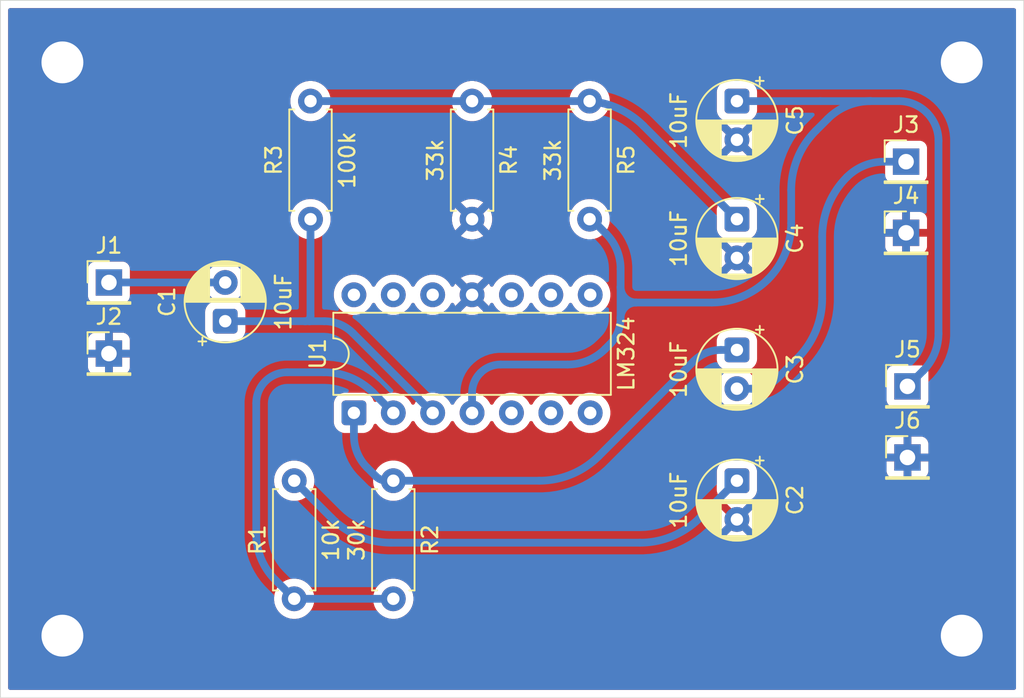
<source format=kicad_pcb>
(kicad_pcb (version 20241229) (generator "pcbnew") (generator_version "9.0")
  (layers (0 "F.Cu" signal) (2 "B.Cu" signal) (13 "F.Paste" user) (15 "B.Paste" user) (5 "F.SilkS" user "F.Silkscreen") (7 "B.SilkS" user "B.Silkscreen") (1 "F.Mask" user) (3 "B.Mask" user) (25 "Edge.Cuts" user))
  (net 0 "")
  (net 1 "Net-(U1A-+)")
  (net 2 "Net-(J1-Pin_1)")
  (net 3 "0")
  (net 4 "Net-(C2-Pad1)")
  (net 5 "Net-(J3-Pin_1)")
  (net 6 "Net-(C3-Pad1)")
  (net 7 "Net-(C4-Pad1)")
  (net 8 "Net-(J5-Pin_1)")
  (net 9 "Net-(U1A--)")
  (footprint "Resistor_THT:R_Axial_DIN0207_L6.3mm_D2.5mm_P7.62mm_Horizontal" (layer "F.Cu") (at 75.34 140 -90)
    (property "Reference" "R2" (at 3.81 -2.37 90) (layer "F.SilkS"))
    (property "Value" "30k" (at 3.81 2.37 90) (layer "F.SilkS"))
    (pad "1" thru_hole circle (at 0 0 270) (size 1.6 1.6) (drill 0.8) (layers "*.Cu" "*.Mask") (net 6 "Net-(C3-Pad1)"))
    (pad "2" thru_hole circle (at 7.62 0 270) (size 1.6 1.6) (drill 0.8) (layers "*.Cu" "*.Mask") (net 9 "Net-(U1A--)"))
  )
  (footprint "MountingHole:MountingHole_2.7mm_Pad" (layer "F.Cu") (at 54 150)
    (property "Reference" "REF4" (hide yes))
    (property "Value" "MountingHole_2.7mm_Pad" (hide yes))
    (pad "1" thru_hole circle (at 0 0) (size 5.4 5.4) (drill 2.7) (layers "*.Cu" "*.Mask") (net 3 "0"))
  )
  (footprint "Package_DIP:DIP-14_W7.62mm" (layer "F.Cu") (at 72.8 135.62 90)
    (property "Reference" "U1" (at 3.81 -2.33 90) (layer "F.SilkS"))
    (property "Value" "LM324" (at 3.81 17.57 90) (layer "F.SilkS"))
    (pad "1" thru_hole roundrect (at 0 0 90) (size 1.6 1.6) (drill 0.8) (layers "*.Cu" "*.Mask") (roundrect_rratio 0.15625) (net 6 "Net-(C3-Pad1)"))
    (pad "2" thru_hole circle (at 0 2.54 90) (size 1.6 1.6) (drill 0.8) (layers "*.Cu" "*.Mask") (net 9 "Net-(U1A--)"))
    (pad "3" thru_hole circle (at 0 5.08 90) (size 1.6 1.6) (drill 0.8) (layers "*.Cu" "*.Mask") (net 1 "Net-(U1A-+)"))
    (pad "4" thru_hole circle (at 0 7.62 90) (size 1.6 1.6) (drill 0.8) (layers "*.Cu" "*.Mask") (net 8 "Net-(J5-Pin_1)"))
    (pad "5" thru_hole circle (at 0 10.16 90) (size 1.6 1.6) (drill 0.8) (layers "*.Cu" "*.Mask"))
    (pad "6" thru_hole circle (at 0 12.7 90) (size 1.6 1.6) (drill 0.8) (layers "*.Cu" "*.Mask"))
    (pad "7" thru_hole circle (at 0 15.24 90) (size 1.6 1.6) (drill 0.8) (layers "*.Cu" "*.Mask"))
    (pad "8" thru_hole circle (at 7.62 15.24 90) (size 1.6 1.6) (drill 0.8) (layers "*.Cu" "*.Mask"))
    (pad "9" thru_hole circle (at 7.62 12.7 90) (size 1.6 1.6) (drill 0.8) (layers "*.Cu" "*.Mask"))
    (pad "10" thru_hole circle (at 7.62 10.16 90) (size 1.6 1.6) (drill 0.8) (layers "*.Cu" "*.Mask"))
    (pad "11" thru_hole circle (at 7.62 7.62 90) (size 1.6 1.6) (drill 0.8) (layers "*.Cu" "*.Mask") (net 3 "0"))
    (pad "12" thru_hole circle (at 7.62 5.08 90) (size 1.6 1.6) (drill 0.8) (layers "*.Cu" "*.Mask"))
    (pad "13" thru_hole circle (at 7.62 2.54 90) (size 1.6 1.6) (drill 0.8) (layers "*.Cu" "*.Mask"))
    (pad "14" thru_hole circle (at 7.62 0 90) (size 1.6 1.6) (drill 0.8) (layers "*.Cu" "*.Mask"))
  )
  (footprint "Capacitor_THT:CP_Radial_D5.0mm_P2.50mm" (layer "F.Cu") (at 97.5 115.5 -90)
    (property "Reference" "C5" (at 1.25 -3.75 90) (layer "F.SilkS"))
    (property "Value" "10uF" (at 1.25 3.75 90) (layer "F.SilkS"))
    (pad "1" thru_hole roundrect (at 0 0 270) (size 1.6 1.6) (drill 0.8) (layers "*.Cu" "*.Mask") (roundrect_rratio 0.15625) (net 8 "Net-(J5-Pin_1)"))
    (pad "2" thru_hole circle (at 2.5 0 270) (size 1.6 1.6) (drill 0.8) (layers "*.Cu" "*.Mask") (net 3 "0"))
  )
  (footprint "Capacitor_THT:CP_Radial_D5.0mm_P2.50mm" (layer "F.Cu") (at 64.5 129.705113 90)
    (property "Reference" "C1" (at 1.25 -3.75 90) (layer "F.SilkS"))
    (property "Value" "10uF" (at 1.25 3.75 90) (layer "F.SilkS"))
    (pad "1" thru_hole roundrect (at 0 0 90) (size 1.6 1.6) (drill 0.8) (layers "*.Cu" "*.Mask") (roundrect_rratio 0.15625) (net 1 "Net-(U1A-+)"))
    (pad "2" thru_hole circle (at 2.5 0 90) (size 1.6 1.6) (drill 0.8) (layers "*.Cu" "*.Mask") (net 2 "Net-(J1-Pin_1)"))
  )
  (footprint "Resistor_THT:R_Axial_DIN0207_L6.3mm_D2.5mm_P7.62mm_Horizontal" (layer "F.Cu") (at 68.95 147.62 90)
    (property "Reference" "R1" (at 3.81 -2.37 90) (layer "F.SilkS"))
    (property "Value" "10k" (at 3.81 2.37 90) (layer "F.SilkS"))
    (pad "1" thru_hole circle (at 0 0 90) (size 1.6 1.6) (drill 0.8) (layers "*.Cu" "*.Mask") (net 9 "Net-(U1A--)"))
    (pad "2" thru_hole circle (at 7.62 0 90) (size 1.6 1.6) (drill 0.8) (layers "*.Cu" "*.Mask") (net 4 "Net-(C2-Pad1)"))
  )
  (footprint "Capacitor_THT:CP_Radial_D5.0mm_P2.50mm" (layer "F.Cu") (at 97.5 131.56 -90)
    (property "Reference" "C3" (at 1.25 -3.75 90) (layer "F.SilkS"))
    (property "Value" "10uF" (at 1.25 3.75 90) (layer "F.SilkS"))
    (pad "1" thru_hole roundrect (at 0 0 270) (size 1.6 1.6) (drill 0.8) (layers "*.Cu" "*.Mask") (roundrect_rratio 0.15625) (net 6 "Net-(C3-Pad1)"))
    (pad "2" thru_hole circle (at 2.5 0 270) (size 1.6 1.6) (drill 0.8) (layers "*.Cu" "*.Mask") (net 5 "Net-(J3-Pin_1)"))
  )
  (footprint "Connector_PinHeader_2.54mm:PinHeader_1x01_P2.54mm_Vertical" (layer "F.Cu") (at 108.5 133.91)
    (property "Reference" "J5" (at 0 -2.38 0) (layer "F.SilkS"))
    (property "Value" "Conn_01x01")
    (pad "1" thru_hole rect (at 0 0) (size 1.7 1.7) (drill 1) (layers "*.Cu" "*.Mask") (net 8 "Net-(J5-Pin_1)"))
  )
  (footprint "Connector_PinHeader_2.54mm:PinHeader_1x01_P2.54mm_Vertical" (layer "F.Cu") (at 108.41 124)
    (property "Reference" "J4" (at 0 -2.38 0) (layer "F.SilkS"))
    (property "Value" "Conn_01x01")
    (pad "1" thru_hole rect (at 0 0) (size 1.7 1.7) (drill 1) (layers "*.Cu" "*.Mask") (net 3 "0"))
  )
  (footprint "Connector_PinHeader_2.54mm:PinHeader_1x01_P2.54mm_Vertical" (layer "F.Cu") (at 108.41 119.41)
    (property "Reference" "J3" (at 0 -2.38 0) (layer "F.SilkS"))
    (property "Value" "Conn_01x01")
    (pad "1" thru_hole rect (at 0 0) (size 1.7 1.7) (drill 1) (layers "*.Cu" "*.Mask") (net 5 "Net-(J3-Pin_1)"))
  )
  (footprint "MountingHole:MountingHole_2.7mm_Pad" (layer "F.Cu") (at 54 113)
    (property "Reference" "REF1" (hide yes))
    (property "Value" "MountingHole_2.7mm_Pad" (hide yes))
    (pad "1" thru_hole circle (at 0 0) (size 5.4 5.4) (drill 2.7) (layers "*.Cu" "*.Mask") (net 3 "0"))
  )
  (footprint "MountingHole:MountingHole_2.7mm_Pad" (layer "F.Cu") (at 112 113)
    (property "Reference" "REF2" (hide yes))
    (property "Value" "MountingHole_2.7mm_Pad" (hide yes))
    (pad "1" thru_hole circle (at 0 0) (size 5.4 5.4) (drill 2.7) (layers "*.Cu" "*.Mask") (net 3 "0"))
  )
  (footprint "Connector_PinHeader_2.54mm:PinHeader_1x01_P2.54mm_Vertical" (layer "F.Cu") (at 57 131.795113)
    (property "Reference" "J2" (at 0 -2.38 0) (layer "F.SilkS"))
    (property "Value" "Conn_01x01")
    (pad "1" thru_hole rect (at 0 0) (size 1.7 1.7) (drill 1) (layers "*.Cu" "*.Mask") (net 3 "0"))
  )
  (footprint "Resistor_THT:R_Axial_DIN0207_L6.3mm_D2.5mm_P7.62mm_Horizontal" (layer "F.Cu") (at 70 123.12 90)
    (property "Reference" "R3" (at 3.81 -2.37 90) (layer "F.SilkS"))
    (property "Value" "100k" (at 3.81 2.37 90) (layer "F.SilkS"))
    (pad "1" thru_hole circle (at 0 0 90) (size 1.6 1.6) (drill 0.8) (layers "*.Cu" "*.Mask") (net 1 "Net-(U1A-+)"))
    (pad "2" thru_hole circle (at 7.62 0 90) (size 1.6 1.6) (drill 0.8) (layers "*.Cu" "*.Mask") (net 7 "Net-(C4-Pad1)"))
  )
  (footprint "Resistor_THT:R_Axial_DIN0207_L6.3mm_D2.5mm_P7.62mm_Horizontal" (layer "F.Cu") (at 88 115.5 -90)
    (property "Reference" "R5" (at 3.81 -2.37 90) (layer "F.SilkS"))
    (property "Value" "33k" (at 3.81 2.37 90) (layer "F.SilkS"))
    (pad "1" thru_hole circle (at 0 0 270) (size 1.6 1.6) (drill 0.8) (layers "*.Cu" "*.Mask") (net 7 "Net-(C4-Pad1)"))
    (pad "2" thru_hole circle (at 7.62 0 270) (size 1.6 1.6) (drill 0.8) (layers "*.Cu" "*.Mask") (net 8 "Net-(J5-Pin_1)"))
  )
  (footprint "Connector_PinHeader_2.54mm:PinHeader_1x01_P2.54mm_Vertical" (layer "F.Cu") (at 108.5 138.5)
    (property "Reference" "J6" (at 0 -2.38 0) (layer "F.SilkS"))
    (property "Value" "Conn_01x01")
    (pad "1" thru_hole rect (at 0 0) (size 1.7 1.7) (drill 1) (layers "*.Cu" "*.Mask") (net 3 "0"))
  )
  (footprint "Capacitor_THT:CP_Radial_D5.0mm_P2.50mm" (layer "F.Cu") (at 97.5 140 -90)
    (property "Reference" "C2" (at 1.25 -3.75 90) (layer "F.SilkS"))
    (property "Value" "10uF" (at 1.25 3.75 90) (layer "F.SilkS"))
    (pad "1" thru_hole roundrect (at 0 0 270) (size 1.6 1.6) (drill 0.8) (layers "*.Cu" "*.Mask") (roundrect_rratio 0.15625) (net 4 "Net-(C2-Pad1)"))
    (pad "2" thru_hole circle (at 2.5 0 270) (size 1.6 1.6) (drill 0.8) (layers "*.Cu" "*.Mask") (net 3 "0"))
  )
  (footprint "Capacitor_THT:CP_Radial_D5.0mm_P2.50mm" (layer "F.Cu") (at 97.5 123.12 -90)
    (property "Reference" "C4" (at 1.25 -3.75 90) (layer "F.SilkS"))
    (property "Value" "10uF" (at 1.25 3.75 90) (layer "F.SilkS"))
    (pad "1" thru_hole roundrect (at 0 0 270) (size 1.6 1.6) (drill 0.8) (layers "*.Cu" "*.Mask") (roundrect_rratio 0.15625) (net 7 "Net-(C4-Pad1)"))
    (pad "2" thru_hole circle (at 2.5 0 270) (size 1.6 1.6) (drill 0.8) (layers "*.Cu" "*.Mask") (net 3 "0"))
  )
  (footprint "Connector_PinHeader_2.54mm:PinHeader_1x01_P2.54mm_Vertical" (layer "F.Cu") (at 57 127.205113)
    (property "Reference" "J1" (at 0 -2.38 0) (layer "F.SilkS"))
    (property "Value" "Conn_01x01")
    (pad "1" thru_hole rect (at 0 0) (size 1.7 1.7) (drill 1) (layers "*.Cu" "*.Mask") (net 2 "Net-(J1-Pin_1)"))
  )
  (footprint "Resistor_THT:R_Axial_DIN0207_L6.3mm_D2.5mm_P7.62mm_Horizontal" (layer "F.Cu") (at 80.42 115.5 -90)
    (property "Reference" "R4" (at 3.81 -2.37 90) (layer "F.SilkS"))
    (property "Value" "33k" (at 3.81 2.37 90) (layer "F.SilkS"))
    (pad "1" thru_hole circle (at 0 0 270) (size 1.6 1.6) (drill 0.8) (layers "*.Cu" "*.Mask") (net 7 "Net-(C4-Pad1)"))
    (pad "2" thru_hole circle (at 7.62 0 270) (size 1.6 1.6) (drill 0.8) (layers "*.Cu" "*.Mask") (net 3 "0"))
  )
  (footprint "MountingHole:MountingHole_2.7mm_Pad" (layer "F.Cu") (at 112 150)
    (property "Reference" "REF3" (hide yes))
    (property "Value" "MountingHole_2.7mm_Pad" (hide yes))
    (pad "1" thru_hole roundrect (at 0 0) (size 5.4 5.4) (drill 2.7) (layers "*.Cu" "*.Mask") (net 3 "0"))
  )
  (gr_rect (start 50 109) (end 116 154) (stroke (width 0.05)) (fill no) (layer "Edge.Cuts"))
  (segment (start 69.939923 129.705113) (end 69.64985 129.705113) (width 0.5) (layer "B.Cu") (net 1))
  (segment (start 69.939923 129.705113) (end 70.88 129.705113) (width 0.5) (layer "B.Cu") (net 1))
  (segment (start 72.732403 130.472403) (end 77.88 135.62) (width 0.5) (layer "B.Cu") (net 1))
  (segment (start 70 129.354963) (end 70 123.31) (width 0.5) (layer "B.Cu") (net 1))
  (segment (start 69.64985 129.705113) (end 64.5 129.705113) (width 0.5) (layer "B.Cu") (net 1))
  (arc (start 70 129.354963) (mid 69.973346 129.488959) (end 69.897443 129.602556) (width 0.5) (layer "B.Cu") (net 1))
  (arc (start 69.897443 129.602556) (mid 69.88442 129.668026) (end 69.939923 129.705113) (width 0.5) (layer "B.Cu") (net 1))
  (arc (start 69.64985 129.705113) (mid 69.783846 129.678459) (end 69.897443 129.602556) (width 0.5) (layer "B.Cu") (net 1))
  (arc (start 72.732403 130.472403) (mid 71.882513 129.904525) (end 70.88 129.705113) (width 0.5) (layer "B.Cu") (net 1))
  (segment (start 57 127.205113) (end 64.5 127.205113) (width 0.5) (layer "B.Cu") (net 2))
  (segment (start 71.356207 142.406207) (end 68.95 140) (width 0.5) (layer "B.Cu") (net 4))
  (segment (start 95.093792 142.406207) (end 97.5 140) (width 0.5) (layer "B.Cu") (net 4))
  (segment (start 91.246036 144) (end 75.203963 144) (width 0.5) (layer "B.Cu") (net 4))
  (arc (start 95.093792 142.406207) (mid 93.328426 143.585786) (end 91.246036 144) (width 0.5) (layer "B.Cu") (net 4))
  (arc (start 71.356207 142.406207) (mid 73.121572 143.585786) (end 75.203963 144) (width 0.5) (layer "B.Cu") (net 4))
  (segment (start 101.406206 132.093792) (end 100.125893 133.374106) (width 0.5) (layer "B.Cu") (net 5))
  (segment (start 103 124.252729) (end 103 128.246036) (width 0.5) (layer "B.Cu") (net 5))
  (segment (start 107 119.41) (end 108.41 119.41) (width 0.5) (layer "B.Cu") (net 5))
  (segment (start 98.47 134.06) (end 97.5 134.06) (width 0.5) (layer "B.Cu") (net 5))
  (arc (start 107 119.41) (mid 105.697329 119.669117) (end 104.592979 120.40702) (width 0.5) (layer "B.Cu") (net 5))
  (arc (start 100.125893 133.374106) (mid 99.366162 133.881741) (end 98.47 134.06) (width 0.5) (layer "B.Cu") (net 5))
  (arc (start 104.592979 120.40702) (mid 103.413988 122.171474) (end 103 124.252729) (width 0.5) (layer "B.Cu") (net 5))
  (arc (start 103 128.246036) (mid 102.585786 130.328426) (end 101.406206 132.093792) (width 0.5) (layer "B.Cu") (net 5))
  (segment (start 75.76 140) (end 84.746036 140) (width 0.5) (layer "B.Cu") (net 6))
  (segment (start 94.711679 132.288319) (end 88.593792 138.406207) (width 0.5) (layer "B.Cu") (net 6))
  (segment (start 74.203015 139.703015) (end 73.65 139.15) (width 0.5) (layer "B.Cu") (net 6))
  (segment (start 72.8 137.097918) (end 72.8 135.62) (width 0.5) (layer "B.Cu") (net 6))
  (segment (start 96.47 131.56) (end 97.5 131.56) (width 0.5) (layer "B.Cu") (net 6))
  (segment (start 75.76 140) (end 74.92 140) (width 0.5) (layer "B.Cu") (net 6))
  (arc (start 88.593792 138.406207) (mid 86.828426 139.585786) (end 84.746036 140) (width 0.5) (layer "B.Cu") (net 6))
  (arc (start 72.8 137.097918) (mid 73.020907 138.208496) (end 73.65 139.15) (width 0.5) (layer "B.Cu") (net 6))
  (arc (start 74.203015 139.703015) (mid 74.53197 139.922816) (end 74.92 140) (width 0.5) (layer "B.Cu") (net 6))
  (arc (start 96.47 131.56) (mid 95.518403 131.749283) (end 94.711679 132.288319) (width 0.5) (layer "B.Cu") (net 6))
  (segment (start 91.473792 117.093792) (end 97.5 123.12) (width 0.5) (layer "B.Cu") (net 7))
  (segment (start 87.626036 115.5) (end 70 115.5) (width 0.5) (layer "B.Cu") (net 7))
  (arc (start 91.473792 117.093792) (mid 89.708426 115.914213) (end 87.626036 115.5) (width 0.5) (layer "B.Cu") (net 7))
  (segment (start 80.42 134.343675) (end 80.42 135.62) (width 0.5) (layer "B.Cu") (net 8))
  (segment (start 103.354548 116.645451) (end 102.593792 117.406207) (width 0.5) (layer "B.Cu") (net 8))
  (segment (start 89.292893 131.207106) (end 89 131.5) (width 0.5) (layer "B.Cu") (net 8))
  (segment (start 102.880086 115.5) (end 106.119913 115.5) (width 0.5) (layer "B.Cu") (net 8))
  (segment (start 91 128.5) (end 95.878679 128.5) (width 0.5) (layer "B.Cu") (net 8))
  (segment (start 88.06 123.12) (end 88 123.12) (width 0.5) (layer "B.Cu") (net 8))
  (segment (start 101 123.378679) (end 101 121.253963) (width 0.5) (layer "B.Cu") (net 8))
  (segment (start 86.585786 132.5) (end 82.263675 132.5) (width 0.5) (layer "B.Cu") (net 8))
  (segment (start 106.119913 115.5) (end 107.939339 115.5) (width 0.5) (layer "B.Cu") (net 8))
  (segment (start 90 127.5) (end 90 126.32936) (width 0.5) (layer "B.Cu") (net 8))
  (segment (start 88.162426 123.162426) (end 89.06 124.06) (width 0.5) (layer "B.Cu") (net 8))
  (segment (start 110.5 118.06066) (end 110.5 130.495786) (width 0.5) (layer "B.Cu") (net 8))
  (segment (start 102.880086 115.5) (end 97.5 115.5) (width 0.5) (layer "B.Cu") (net 8))
  (segment (start 109.5 132.91) (end 108.5 133.91) (width 0.5) (layer "B.Cu") (net 8))
  (segment (start 90 129.5) (end 90 127.5) (width 0.5) (layer "B.Cu") (net 8))
  (arc (start 101 123.378679) (mid 100.610162 125.338523) (end 99.5 127) (width 0.5) (layer "B.Cu") (net 8))
  (arc (start 109.75 116.25) (mid 108.919261 115.694918) (end 107.939339 115.5) (width 0.5) (layer "B.Cu") (net 8))
  (arc (start 90 127.5) (mid 90.292893 128.207106) (end 91 128.5) (width 0.5) (layer "B.Cu") (net 8))
  (arc (start 89.06 124.06) (mid 89.755701 125.101191) (end 90 126.32936) (width 0.5) (layer "B.Cu") (net 8))
  (arc (start 82.263675 132.5) (mid 81.558131 132.640341) (end 80.96 133.04) (width 0.5) (layer "B.Cu") (net 8))
  (arc (start 102.593792 117.406207) (mid 101.414213 119.171572) (end 101 121.253963) (width 0.5) (layer "B.Cu") (net 8))
  (arc (start 109.75 116.25) (mid 110.305081 117.080737) (end 110.5 118.06066) (width 0.5) (layer "B.Cu") (net 8))
  (arc (start 90 129.5) (mid 89.816228 130.423879) (end 89.292893 131.207106) (width 0.5) (layer "B.Cu") (net 8))
  (arc (start 88.162426 123.162426) (mid 88.115432 123.131026) (end 88.06 123.12) (width 0.5) (layer "B.Cu") (net 8))
  (arc (start 110.5 130.495786) (mid 110.240108 131.802349) (end 109.5 132.91) (width 0.5) (layer "B.Cu") (net 8))
  (arc (start 106.119913 115.5) (mid 104.623308 115.797693) (end 103.354548 116.645451) (width 0.5) (layer "B.Cu") (net 8))
  (arc (start 99.5 127) (mid 97.838523 128.110162) (end 95.878679 128.5) (width 0.5) (layer "B.Cu") (net 8))
  (arc (start 91 128.5) (mid 90.292893 128.792893) (end 90 129.5) (width 0.5) (layer "B.Cu") (net 8))
  (arc (start 89 131.5) (mid 87.892349 132.240108) (end 86.585786 132.5) (width 0.5) (layer "B.Cu") (net 8))
  (arc (start 80.96 133.04) (mid 80.560341 133.638131) (end 80.42 134.343675) (width 0.5) (layer "B.Cu") (net 8))
  (segment (start 66.5 134.999998) (end 66.5 143.437588) (width 0.5) (layer "B.Cu") (net 9))
  (segment (start 68.499998 133) (end 70.86738 133) (width 0.5) (layer "B.Cu") (net 9))
  (segment (start 68.95 147.62) (end 75.34 147.62) (width 0.5) (layer "B.Cu") (net 9))
  (segment (start 68.95 147.62) (end 67.725 146.395) (width 0.5) (layer "B.Cu") (net 9))
  (segment (start 74.03 134.31) (end 75.34 135.62) (width 0.5) (layer "B.Cu") (net 9))
  (arc (start 68.499998 133) (mid 67.085785 133.585785) (end 66.5 134.999998) (width 0.5) (layer "B.Cu") (net 9))
  (arc (start 66.5 143.437588) (mid 66.818367 145.038127) (end 67.725 146.395) (width 0.5) (layer "B.Cu") (net 9))
  (arc (start 74.03 134.31) (mid 72.578977 133.340457) (end 70.86738 133) (width 0.5) (layer "B.Cu") (net 9))
  (zone (net 3) (net_name "0") (layers "F.Cu" "B.Cu") (connect_pads (clearance 0.5)) (min_thickness 0.25) (fill yes (thermal_gap 0.5) (thermal_bridge_width 0.5))
    (polygon (pts (xy 50 109) (xy 50 154) (xy 116 154) (xy 116 109)))
  )
)
</source>
